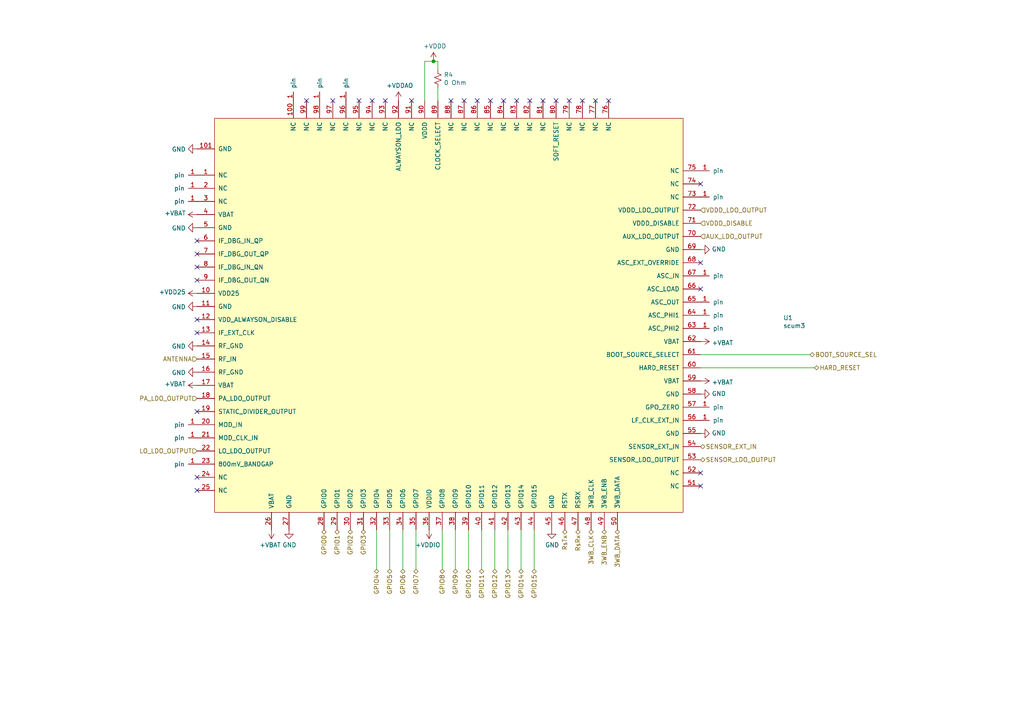
<source format=kicad_sch>
(kicad_sch (version 20231120) (generator "eeschema") (generator_version "8.0")
  (paper "A4")
  (lib_symbols
    (symbol "Device:R_Small_US" (pin_numbers hide) (pin_names (offset 0.254) hide)
      (property "Reference" "R" (at 0.762 0.508 0))
      (property "Value" "R_Small_US" (at 0.762 -1.016 0))
      (symbol "R_Small_US_1_1"
        (polyline (pts (xy 0 0) (xy 1.016 -0.381) (xy 0 -0.762) (xy -1.016 -1.143) (xy 0 -1.524)))
        (polyline (pts (xy 0 1.524) (xy 1.016 1.143) (xy 0 0.762) (xy -1.016 0.381) (xy 0 0)))
        (pin passive line (at 0 2.54 270) (length 1.016) (name "~") (number "1"))
        (pin passive line (at 0 -2.54 90) (length 1.016) (name "~") (number "2"))
      )
    )
    (symbol "draft1library:+VBAT" (power) (pin_names (offset 0))
      (property "Value" "+VBAT" (at 0 3.556 0))
      (symbol "+VBAT_0_1"
        (polyline (pts (xy -0.762 1.27) (xy 0 2.54)))
        (polyline (pts (xy 0 0) (xy 0 2.54)))
        (polyline (pts (xy 0 2.54) (xy 0.762 1.27)))
      )
      (symbol "+VBAT_1_1"
        (pin power_in line (at 0 0 90) (length 0) hide (name "+VBAT") (number "1"))
      )
    )
    (symbol "draft1library:+VDD25" (power) (pin_names (offset 0))
      (property "Value" "+VDD25" (at 0 3.556 0))
      (symbol "+VDD25_0_1"
        (polyline (pts (xy -0.762 1.27) (xy 0 2.54)))
        (polyline (pts (xy 0 0) (xy 0 2.54)))
        (polyline (pts (xy 0 2.54) (xy 0.762 1.27)))
      )
      (symbol "+VDD25_1_1"
        (pin power_in line (at 0 0 90) (length 0) hide (name "+VDD25") (number "1"))
      )
    )
    (symbol "draft1library:+VDDAO" (power) (pin_names (offset 0))
      (property "Value" "+VDDAO" (at 0 3.556 0))
      (symbol "+VDDAO_0_1"
        (polyline (pts (xy -0.762 1.27) (xy 0 2.54)))
        (polyline (pts (xy 0 0) (xy 0 2.54)))
        (polyline (pts (xy 0 2.54) (xy 0.762 1.27)))
      )
      (symbol "+VDDAO_1_1"
        (pin power_in line (at 0 0 90) (length 0) hide (name "+VDDAO") (number "1"))
      )
    )
    (symbol "draft1library:+VDDD" (power) (pin_names (offset 0))
      (property "Value" "+VDDD" (at 0 3.556 0))
      (symbol "+VDDD_0_1"
        (polyline (pts (xy -0.762 1.27) (xy 0 2.54)))
        (polyline (pts (xy 0 0) (xy 0 2.54)))
        (polyline (pts (xy 0 2.54) (xy 0.762 1.27)))
      )
      (symbol "+VDDD_1_1"
        (pin power_in line (at 0 0 90) (length 0) hide (name "+VDDD") (number "1"))
      )
    )
    (symbol "draft1library:+VDDIO" (power) (pin_names (offset 0))
      (property "Value" "+VDDIO" (at 0 3.556 0))
      (symbol "+VDDIO_0_1"
        (polyline (pts (xy -0.762 1.27) (xy 0 2.54)))
        (polyline (pts (xy 0 0) (xy 0 2.54)))
        (polyline (pts (xy 0 2.54) (xy 0.762 1.27)))
      )
      (symbol "+VDDIO_1_1"
        (pin power_in line (at 0 0 90) (length 0) hide (name "+VDDIO") (number "1"))
      )
    )
    (symbol "draft1library:scum3" (pin_names (offset 1.016))
      (property "Reference" "U8" (at 12.7 10.16 0))
      (property "Value" "scum3" (at 1.27 -2.54 0))
      (symbol "scum3_0_1"
        (rectangle (start -69.85 -60.96) (end 66.04 53.34) (fill (type background)))
      )
      (symbol "scum3_1_1"
        (pin passive line (at -74.93 36.83 0) (length 5.08) (name "NC") (number "1"))
        (pin passive line (at -74.93 2.54 0) (length 5.08) (name "VDD25") (number "10"))
        (pin passive line (at -46.99 58.42 270) (length 5.08) (name "NC") (number "100"))
        (pin passive line (at -74.93 44.45 0) (length 5.08) (name "GND") (number "101"))
        (pin passive line (at -74.93 -1.27 0) (length 5.08) (name "GND") (number "11"))
        (pin passive line (at -74.93 -5.08 0) (length 5.08) (name "VDD_ALWAYSON_DISABLE") (number "12"))
        (pin passive line (at -74.93 -8.89 0) (length 5.08) (name "IF_EXT_CLK") (number "13"))
        (pin passive line (at -74.93 -12.7 0) (length 5.08) (name "RF_GND") (number "14"))
        (pin passive line (at -74.93 -16.51 0) (length 5.08) (name "RF_IN") (number "15"))
        (pin passive line (at -74.93 -20.32 0) (length 5.08) (name "RF_GND") (number "16"))
        (pin passive line (at -74.93 -24.13 0) (length 5.08) (name "VBAT") (number "17"))
        (pin passive line (at -74.93 -27.94 0) (length 5.08) (name "PA_LDO_OUTPUT") (number "18"))
        (pin passive line (at -74.93 -31.75 0) (length 5.08) (name "STATIC_DIVIDER_OUTPUT") (number "19"))
        (pin passive line (at -74.93 33.02 0) (length 5.08) (name "NC") (number "2"))
        (pin passive line (at -74.93 -35.56 0) (length 5.08) (name "MOD_IN") (number "20"))
        (pin passive line (at -74.93 -39.37 0) (length 5.08) (name "MOD_CLK_IN") (number "21"))
        (pin passive line (at -74.93 -43.18 0) (length 5.08) (name "LO_LDO_OUTPUT") (number "22"))
        (pin passive line (at -74.93 -46.99 0) (length 5.08) (name "800mV_BANDGAP") (number "23"))
        (pin passive line (at -74.93 -50.8 0) (length 5.08) (name "NC") (number "24"))
        (pin passive line (at -74.93 -54.61 0) (length 5.08) (name "NC") (number "25"))
        (pin power_in line (at -53.34 -66.04 90) (length 5.08) (name "VBAT") (number "26"))
        (pin passive line (at -48.26 -66.04 90) (length 5.08) (name "GND") (number "27"))
        (pin bidirectional line (at -38.1 -66.04 90) (length 5.08) (name "GPIO0") (number "28"))
        (pin bidirectional line (at -34.29 -66.04 90) (length 5.08) (name "GPIO1") (number "29"))
        (pin passive line (at -74.93 29.21 0) (length 5.08) (name "NC") (number "3"))
        (pin bidirectional line (at -30.48 -66.04 90) (length 5.08) (name "GPIO2") (number "30"))
        (pin bidirectional line (at -26.67 -66.04 90) (length 5.08) (name "GPIO3") (number "31"))
        (pin bidirectional line (at -22.86 -66.04 90) (length 5.08) (name "GPIO4") (number "32"))
        (pin bidirectional line (at -19.05 -66.04 90) (length 5.08) (name "GPIO5") (number "33"))
        (pin bidirectional line (at -15.24 -66.04 90) (length 5.08) (name "GPIO6") (number "34"))
        (pin bidirectional line (at -11.43 -66.04 90) (length 5.08) (name "GPIO7") (number "35"))
        (pin power_in line (at -7.62 -66.04 90) (length 5.08) (name "VDDIO") (number "36"))
        (pin bidirectional line (at -3.81 -66.04 90) (length 5.08) (name "GPIO8") (number "37"))
        (pin bidirectional line (at 0 -66.04 90) (length 5.08) (name "GPIO9") (number "38"))
        (pin bidirectional line (at 3.81 -66.04 90) (length 5.08) (name "GPIO10") (number "39"))
        (pin passive line (at -74.93 25.4 0) (length 5.08) (name "VBAT") (number "4"))
        (pin bidirectional line (at 7.62 -66.04 90) (length 5.08) (name "GPIO11") (number "40"))
        (pin bidirectional line (at 11.43 -66.04 90) (length 5.08) (name "GPIO12") (number "41"))
        (pin bidirectional line (at 15.24 -66.04 90) (length 5.08) (name "GPIO13") (number "42"))
        (pin bidirectional line (at 19.05 -66.04 90) (length 5.08) (name "GPIO14") (number "43"))
        (pin bidirectional line (at 22.86 -66.04 90) (length 5.08) (name "GPIO15") (number "44"))
        (pin passive line (at 27.94 -66.04 90) (length 5.08) (name "GND") (number "45"))
        (pin bidirectional line (at 31.75 -66.04 90) (length 5.08) (name "RSTX") (number "46"))
        (pin bidirectional line (at 35.56 -66.04 90) (length 5.08) (name "RSRX") (number "47"))
        (pin bidirectional line (at 39.37 -66.04 90) (length 5.08) (name "3WB_CLK") (number "48"))
        (pin bidirectional line (at 43.18 -66.04 90) (length 5.08) (name "3WB_ENB") (number "49"))
        (pin passive line (at -74.93 21.59 0) (length 5.08) (name "GND") (number "5"))
        (pin bidirectional line (at 46.99 -66.04 90) (length 5.08) (name "3WB_DATA") (number "50"))
        (pin passive line (at 71.12 -53.34 180) (length 5.08) (name "NC") (number "51"))
        (pin passive line (at 71.12 -49.53 180) (length 5.08) (name "NC") (number "52"))
        (pin passive line (at 71.12 -45.72 180) (length 5.08) (name "SENSOR_LDO_OUTPUT") (number "53"))
        (pin passive line (at 71.12 -41.91 180) (length 5.08) (name "SENSOR_EXT_IN") (number "54"))
        (pin passive line (at 71.12 -38.1 180) (length 5.08) (name "GND") (number "55"))
        (pin passive line (at 71.12 -34.29 180) (length 5.08) (name "LF_CLK_EXT_IN") (number "56"))
        (pin passive line (at 71.12 -30.48 180) (length 5.08) (name "GPO_ZERO") (number "57"))
        (pin passive line (at 71.12 -26.67 180) (length 5.08) (name "GND") (number "58"))
        (pin passive line (at 71.12 -22.86 180) (length 5.08) (name "VBAT") (number "59"))
        (pin passive line (at -74.93 17.78 0) (length 5.08) (name "IF_DBG_IN_QP") (number "6"))
        (pin passive line (at 71.12 -19.05 180) (length 5.08) (name "HARD_RESET") (number "60"))
        (pin passive line (at 71.12 -15.24 180) (length 5.08) (name "BOOT_SOURCE_SELECT") (number "61"))
        (pin passive line (at 71.12 -11.43 180) (length 5.08) (name "VBAT") (number "62"))
        (pin passive line (at 71.12 -7.62 180) (length 5.08) (name "ASC_PHI2") (number "63"))
        (pin passive line (at 71.12 -3.81 180) (length 5.08) (name "ASC_PHI1") (number "64"))
        (pin passive line (at 71.12 0 180) (length 5.08) (name "ASC_OUT") (number "65"))
        (pin passive line (at 71.12 3.81 180) (length 5.08) (name "ASC_LOAD") (number "66"))
        (pin passive line (at 71.12 7.62 180) (length 5.08) (name "ASC_IN") (number "67"))
        (pin passive line (at 71.12 11.43 180) (length 5.08) (name "ASC_EXT_OVERRIDE") (number "68"))
        (pin passive line (at 71.12 15.24 180) (length 5.08) (name "GND") (number "69"))
        (pin passive line (at -74.93 13.97 0) (length 5.08) (name "IF_DBG_OUT_QP") (number "7"))
        (pin passive line (at 71.12 19.05 180) (length 5.08) (name "AUX_LDO_OUTPUT") (number "70"))
        (pin passive line (at 71.12 22.86 180) (length 5.08) (name "VDDD_DISABLE") (number "71"))
        (pin passive line (at 71.12 26.67 180) (length 5.08) (name "VDDD_LDO_OUTPUT") (number "72"))
        (pin passive line (at 71.12 30.48 180) (length 5.08) (name "NC") (number "73"))
        (pin passive line (at 71.12 34.29 180) (length 5.08) (name "NC") (number "74"))
        (pin passive line (at 71.12 38.1 180) (length 5.08) (name "NC") (number "75"))
        (pin passive line (at 44.45 58.42 270) (length 5.08) (name "NC") (number "76"))
        (pin passive line (at 40.64 58.42 270) (length 5.08) (name "NC") (number "77"))
        (pin passive line (at 36.83 58.42 270) (length 5.08) (name "NC") (number "78"))
        (pin passive line (at 33.02 58.42 270) (length 5.08) (name "NC") (number "79"))
        (pin passive line (at -74.93 10.16 0) (length 5.08) (name "IF_DBG_IN_QN") (number "8"))
        (pin passive line (at 29.21 58.42 270) (length 5.08) (name "SOFT_RESET") (number "80"))
        (pin passive line (at 25.4 58.42 270) (length 5.08) (name "NC") (number "81"))
        (pin passive line (at 21.59 58.42 270) (length 5.08) (name "NC") (number "82"))
        (pin passive line (at 17.78 58.42 270) (length 5.08) (name "NC") (number "83"))
        (pin passive line (at 13.97 58.42 270) (length 5.08) (name "NC") (number "84"))
        (pin passive line (at 10.16 58.42 270) (length 5.08) (name "NC") (number "85"))
        (pin passive line (at 6.35 58.42 270) (length 5.08) (name "NC") (number "86"))
        (pin passive line (at 2.54 58.42 270) (length 5.08) (name "NC") (number "87"))
        (pin passive line (at -1.27 58.42 270) (length 5.08) (name "NC") (number "88"))
        (pin passive line (at -5.08 58.42 270) (length 5.08) (name "CLOCK_SELECT") (number "89"))
        (pin passive line (at -74.93 6.35 0) (length 5.08) (name "IF_DBG_OUT_QN") (number "9"))
        (pin passive line (at -8.89 58.42 270) (length 5.08) (name "VDDD") (number "90"))
        (pin passive line (at -12.7 58.42 270) (length 5.08) (name "NC") (number "91"))
        (pin passive line (at -16.51 58.42 270) (length 5.08) (name "ALWAYSON_LDO") (number "92"))
        (pin passive line (at -20.32 58.42 270) (length 5.08) (name "NC") (number "93"))
        (pin passive line (at -24.13 58.42 270) (length 5.08) (name "NC") (number "94"))
        (pin passive line (at -27.94 58.42 270) (length 5.08) (name "NC") (number "95"))
        (pin passive line (at -31.75 58.42 270) (length 5.08) (name "NC") (number "96"))
        (pin passive line (at -35.56 58.42 270) (length 5.08) (name "NC") (number "97"))
        (pin passive line (at -39.37 58.42 270) (length 5.08) (name "NC") (number "98"))
        (pin passive line (at -43.18 58.42 270) (length 5.08) (name "NC") (number "99"))
      )
    )
    (symbol "draft1library:through_hole" (pin_names (offset 1.016))
      (symbol "through_hole_1_1"
        (pin output line (at 0 0 0) (length 2.54) (name "pin") (number "1"))
      )
    )
    (symbol "power:GND" (power) (pin_names (offset 0))
      (property "Value" "GND" (at 0 -3.81 0))
      (symbol "GND_0_1"
        (polyline (pts (xy 0 0) (xy 0 -1.27) (xy 1.27 -1.27) (xy 0 -2.54) (xy -1.27 -1.27) (xy 0 -1.27)))
      )
      (symbol "GND_1_1"
        (pin power_in line (at 0 0 270) (length 0) hide (name "GND") (number "1"))
      )
    )
  )
  (junction (at 125.73 17.78))
  (no_connect (at 57.15 77.47))
  (no_connect (at 203.2 140.97))
  (no_connect (at 153.67 29.21))
  (no_connect (at 88.9 29.21))
  (no_connect (at 157.48 29.21))
  (no_connect (at 203.2 137.16))
  (no_connect (at 203.2 83.82))
  (no_connect (at 107.95 29.21))
  (no_connect (at 57.15 69.85))
  (no_connect (at 138.43 29.21))
  (no_connect (at 57.15 73.66))
  (no_connect (at 104.14 29.21))
  (no_connect (at 203.2 53.34))
  (no_connect (at 161.29 29.21))
  (no_connect (at 57.15 81.28))
  (no_connect (at 176.53 29.21))
  (no_connect (at 57.15 119.38))
  (no_connect (at 134.62 29.21))
  (no_connect (at 146.05 29.21))
  (no_connect (at 149.86 29.21))
  (no_connect (at 57.15 142.24))
  (no_connect (at 57.15 96.52))
  (no_connect (at 96.52 29.21))
  (no_connect (at 111.76 29.21))
  (no_connect (at 172.72 29.21))
  (no_connect (at 203.2 76.2))
  (no_connect (at 130.81 29.21))
  (no_connect (at 57.15 92.71))
  (no_connect (at 168.91 29.21))
  (no_connect (at 57.15 138.43))
  (no_connect (at 142.24 29.21))
  (no_connect (at 165.1 29.21))
  (no_connect (at 119.38 29.21))
  (wire (pts (xy 127 25.4) (xy 127 29.21)))
  (wire (pts (xy 147.32 153.67) (xy 147.32 165.1)))
  (wire (pts (xy 203.2 106.68) (xy 236.22 106.68)))
  (wire (pts (xy 109.22 153.67) (xy 109.22 165.1)))
  (wire (pts (xy 127 17.78) (xy 125.73 17.78)))
  (wire (pts (xy 132.08 165.1) (xy 132.08 153.67)))
  (wire (pts (xy 151.13 153.67) (xy 151.13 165.1)))
  (wire (pts (xy 143.51 153.67) (xy 143.51 165.1)))
  (wire (pts (xy 128.27 165.1) (xy 128.27 153.67)))
  (wire (pts (xy 139.7 153.67) (xy 139.7 165.1)))
  (wire (pts (xy 116.84 153.67) (xy 116.84 165.1)))
  (wire (pts (xy 135.89 165.1) (xy 135.89 153.67)))
  (wire (pts (xy 127 17.78) (xy 127 20.32)))
  (wire (pts (xy 120.65 165.1) (xy 120.65 153.67)))
  (wire (pts (xy 125.73 17.78) (xy 123.19 17.78)))
  (wire (pts (xy 203.2 102.87) (xy 234.95 102.87)))
  (wire (pts (xy 113.03 165.1) (xy 113.03 153.67)))
  (wire (pts (xy 123.19 29.21) (xy 123.19 17.78)))
  (wire (pts (xy 154.94 153.67) (xy 154.94 165.1)))
  (hierarchical_label "HARD_RESET" (shape bidirectional) (at 236.22 106.68 0))
  (hierarchical_label "GPIO10" (shape bidirectional) (at 135.89 165.1 270))
  (hierarchical_label "3WB_DATA" (shape bidirectional) (at 179.07 153.67 270))
  (hierarchical_label "GPIO0" (shape bidirectional) (at 93.98 153.67 270))
  (hierarchical_label "GPIO2" (shape bidirectional) (at 101.6 153.67 270))
  (hierarchical_label "GPIO7" (shape bidirectional) (at 120.65 165.1 270))
  (hierarchical_label "SENSOR_EXT_IN" (shape bidirectional) (at 203.2 129.54 0))
  (hierarchical_label "SENSOR_LDO_OUTPUT" (shape bidirectional) (at 203.2 133.35 0))
  (hierarchical_label "GPIO14" (shape bidirectional) (at 151.13 165.1 270))
  (hierarchical_label "GPIO1" (shape bidirectional) (at 97.79 153.67 270))
  (hierarchical_label "GPIO13" (shape bidirectional) (at 147.32 165.1 270))
  (hierarchical_label "GPIO12" (shape bidirectional) (at 143.51 165.1 270))
  (hierarchical_label "3WB_CLK" (shape bidirectional) (at 171.45 153.67 270))
  (hierarchical_label "RsTx" (shape bidirectional) (at 163.83 153.67 270))
  (hierarchical_label "GPIO5" (shape bidirectional) (at 113.03 165.1 270))
  (hierarchical_label "PA_LDO_OUTPUT" (shape input) (at 57.15 115.57 180))
  (hierarchical_label "GPIO3" (shape bidirectional) (at 105.41 153.67 270))
  (hierarchical_label "VDDD_LDO_OUTPUT" (shape input) (at 203.2 60.96 0))
  (hierarchical_label "BOOT_SOURCE_SEL" (shape bidirectional) (at 234.95 102.87 0))
  (hierarchical_label "GPIO15" (shape bidirectional) (at 154.94 165.1 270))
  (hierarchical_label "GPIO9" (shape bidirectional) (at 132.08 165.1 270))
  (hierarchical_label "GPIO4" (shape bidirectional) (at 109.22 165.1 270))
  (hierarchical_label "VDDD_DISABLE" (shape input) (at 203.2 64.77 0))
  (hierarchical_label "ANTENNA" (shape input) (at 57.15 104.14 180))
  (hierarchical_label "3WB_ENB" (shape bidirectional) (at 175.26 153.67 270))
  (hierarchical_label "GPIO6" (shape bidirectional) (at 116.84 165.1 270))
  (hierarchical_label "RsRx" (shape bidirectional) (at 167.64 153.67 270))
  (hierarchical_label "GPIO8" (shape bidirectional) (at 128.27 165.1 270))
  (hierarchical_label "LO_LDO_OUTPUT" (shape input) (at 57.15 130.81 180))
  (hierarchical_label "AUX_LDO_OUTPUT" (shape input) (at 203.2 68.58 0))
  (hierarchical_label "GPIO11" (shape bidirectional) (at 139.7 165.1 270))
  (symbol (lib_id "draft1library:+VDDAO") (at 115.57 29.21 0) (unit 1)
    (property "Reference" "#PWR060" (effects (hide yes)))
    (property "Value" "+VDDAO" (at 115.951 24.8158 0))
  )
  (symbol (lib_id "draft1library:+VDDD") (at 125.73 17.78 0) (unit 1)
    (property "Reference" "#PWR062" (effects (hide yes)))
    (property "Value" "+VDDD" (at 126.111 13.3858 0))
  )
  (symbol (lib_id "draft1library:scum3") (at 132.08 87.63 0) (unit 1)
    (property "Reference" "U1" (at 227.1776 92.1766 0) (effects (justify left)))
    (property "Value" "scum3" (at 227.1776 94.488 0) (effects (justify left)))
    (property "Footprint" "SCUM:QFN-100_EP_12x12_Pitch0.4mm_Margin0.25mm" (effects (hide yes)))
  )
  (symbol (lib_id "power:GND") (at 57.15 43.18 270) (unit 1)
    (property "Reference" "#PWR050" (effects (hide yes)))
    (property "Value" "GND" (at 53.8988 43.307 90) (effects (justify right)))
  )
  (symbol (lib_id "draft1library:+VBAT") (at 57.15 62.23 90) (unit 1)
    (property "Reference" "#PWR051" (effects (hide yes)))
    (property "Value" "+VBAT" (at 53.8988 61.849 90) (effects (justify left)))
  )
  (symbol (lib_id "power:GND") (at 57.15 66.04 270) (unit 1)
    (property "Reference" "#PWR052" (effects (hide yes)))
    (property "Value" "GND" (at 53.8988 66.167 90) (effects (justify right)))
  )
  (symbol (lib_id "power:GND") (at 57.15 88.9 270) (unit 1)
    (property "Reference" "#PWR054" (effects (hide yes)))
    (property "Value" "GND" (at 53.8988 89.027 90) (effects (justify right)))
  )
  (symbol (lib_id "power:GND") (at 57.15 100.33 270) (unit 1)
    (property "Reference" "#PWR055" (effects (hide yes)))
    (property "Value" "GND" (at 53.8988 100.457 90) (effects (justify right)))
  )
  (symbol (lib_id "power:GND") (at 57.15 107.95 270) (unit 1)
    (property "Reference" "#PWR056" (effects (hide yes)))
    (property "Value" "GND" (at 53.8988 108.077 90) (effects (justify right)))
  )
  (symbol (lib_id "draft1library:+VBAT") (at 57.15 111.76 90) (unit 1)
    (property "Reference" "#PWR057" (effects (hide yes)))
    (property "Value" "+VBAT" (at 53.8988 111.379 90) (effects (justify left)))
  )
  (symbol (lib_id "power:GND") (at 83.82 153.67 0) (unit 1)
    (property "Reference" "#PWR059" (effects (hide yes)))
    (property "Value" "GND" (at 83.947 158.0642 0))
  )
  (symbol (lib_id "power:GND") (at 160.02 153.67 0) (unit 1)
    (property "Reference" "#PWR063" (effects (hide yes)))
    (property "Value" "GND" (at 160.147 158.0642 0))
  )
  (symbol (lib_id "power:GND") (at 203.2 125.73 90) (unit 1)
    (property "Reference" "#PWR068" (effects (hide yes)))
    (property "Value" "GND" (at 206.4512 125.603 90) (effects (justify right)))
  )
  (symbol (lib_id "power:GND") (at 203.2 114.3 90) (unit 1)
    (property "Reference" "#PWR067" (effects (hide yes)))
    (property "Value" "GND" (at 206.4512 114.173 90) (effects (justify right)))
  )
  (symbol (lib_id "power:GND") (at 203.2 72.39 90) (unit 1)
    (property "Reference" "#PWR064" (effects (hide yes)))
    (property "Value" "GND" (at 206.4512 72.263 90) (effects (justify right)))
  )
  (symbol (lib_id "draft1library:+VDD25") (at 57.15 85.09 90) (unit 1)
    (property "Reference" "#PWR053" (effects (hide yes)))
    (property "Value" "+VDD25" (at 53.8988 84.709 90) (effects (justify left)))
  )
  (symbol (lib_id "draft1library:+VBAT") (at 78.74 153.67 180) (unit 1)
    (property "Reference" "#PWR058" (effects (hide yes)))
    (property "Value" "+VBAT" (at 78.359 158.0642 0))
  )
  (symbol (lib_id "draft1library:+VDDIO") (at 124.46 153.67 180) (unit 1)
    (property "Reference" "#PWR061" (effects (hide yes)))
    (property "Value" "+VDDIO" (at 124.079 158.0642 0))
  )
  (symbol (lib_id "draft1library:+VBAT") (at 203.2 110.49 270) (unit 1)
    (property "Reference" "#PWR066" (effects (hide yes)))
    (property "Value" "+VBAT" (at 206.4512 110.871 90) (effects (justify left)))
  )
  (symbol (lib_id "draft1library:+VBAT") (at 203.2 99.06 270) (unit 1)
    (property "Reference" "#PWR065" (effects (hide yes)))
    (property "Value" "+VBAT" (at 206.4512 99.441 90) (effects (justify left)))
  )
  (symbol (lib_id "draft1library:through_hole") (at 203.2 118.11 0) (unit 1)
    (property "Reference" "J21" (effects (hide yes)))
    (property "Value" "through_hole" (effects (hide yes)))
    (property "Footprint" "SCUM:through_hole" (effects (hide yes)))
  )
  (symbol (lib_id "draft1library:through_hole") (at 203.2 49.53 0) (unit 1)
    (property "Reference" "J20" (effects (hide yes)))
    (property "Value" "through_hole" (effects (hide yes)))
    (property "Footprint" "SCUM:through_hole" (effects (hide yes)))
  )
  (symbol (lib_id "draft1library:through_hole") (at 203.2 57.15 0) (unit 1)
    (property "Reference" "J5" (effects (hide yes)))
    (property "Value" "through_hole" (effects (hide yes)))
    (property "Footprint" "SCUM:through_hole" (effects (hide yes)))
  )
  (symbol (lib_id "draft1library:through_hole") (at 203.2 80.01 0) (unit 1)
    (property "Reference" "J15" (effects (hide yes)))
    (property "Value" "through_hole" (effects (hide yes)))
    (property "Footprint" "SCUM:through_hole" (effects (hide yes)))
  )
  (symbol (lib_id "draft1library:through_hole") (at 203.2 87.63 0) (unit 1)
    (property "Reference" "J16" (effects (hide yes)))
    (property "Value" "through_hole" (effects (hide yes)))
    (property "Footprint" "SCUM:through_hole" (effects (hide yes)))
  )
  (symbol (lib_id "draft1library:through_hole") (at 203.2 121.92 0) (unit 1)
    (property "Reference" "J17" (effects (hide yes)))
    (property "Value" "through_hole" (effects (hide yes)))
    (property "Footprint" "SCUM:through_hole" (effects (hide yes)))
  )
  (symbol (lib_id "draft1library:through_hole") (at 57.15 134.62 180) (unit 1)
    (property "Reference" "J13" (effects (hide yes)))
    (property "Value" "through_hole" (effects (hide yes)))
    (property "Footprint" "SCUM:through_hole" (effects (hide yes)))
  )
  (symbol (lib_id "draft1library:through_hole") (at 57.15 123.19 180) (unit 1)
    (property "Reference" "J11" (effects (hide yes)))
    (property "Value" "through_hole" (effects (hide yes)))
    (property "Footprint" "SCUM:through_hole" (effects (hide yes)))
  )
  (symbol (lib_id "draft1library:through_hole") (at 57.15 127 180) (unit 1)
    (property "Reference" "J12" (effects (hide yes)))
    (property "Value" "through_hole" (effects (hide yes)))
    (property "Footprint" "SCUM:through_hole" (effects (hide yes)))
  )
  (symbol (lib_id "draft1library:through_hole") (at 57.15 58.42 180) (unit 1)
    (property "Reference" "J8" (effects (hide yes)))
    (property "Value" "through_hole" (effects (hide yes)))
    (property "Footprint" "SCUM:through_hole" (effects (hide yes)))
  )
  (symbol (lib_id "draft1library:through_hole") (at 203.2 95.25 0) (unit 1)
    (property "Reference" "J9" (effects (hide yes)))
    (property "Value" "through_hole" (effects (hide yes)))
    (property "Footprint" "SCUM:through_hole" (effects (hide yes)))
  )
  (symbol (lib_id "draft1library:through_hole") (at 203.2 91.44 0) (unit 1)
    (property "Reference" "J10" (effects (hide yes)))
    (property "Value" "through_hole" (effects (hide yes)))
    (property "Footprint" "SCUM:through_hole" (effects (hide yes)))
  )
  (symbol (lib_id "draft1library:through_hole") (at 57.15 54.61 180) (unit 1)
    (property "Reference" "J7" (effects (hide yes)))
    (property "Value" "through_hole" (effects (hide yes)))
    (property "Footprint" "SCUM:through_hole" (effects (hide yes)))
  )
  (symbol (lib_id "draft1library:through_hole") (at 57.15 50.8 180) (unit 1)
    (property "Reference" "J6" (effects (hide yes)))
    (property "Value" "through_hole" (effects (hide yes)))
    (property "Footprint" "SCUM:through_hole" (effects (hide yes)))
  )
  (symbol (lib_id "draft1library:through_hole") (at 85.09 29.21 90) (unit 1)
    (property "Reference" "J14" (effects (hide yes)))
    (property "Value" "through_hole" (effects (hide yes)))
    (property "Footprint" "SCUM:through_hole" (effects (hide yes)))
  )
  (symbol (lib_id "draft1library:through_hole") (at 92.71 29.21 90) (unit 1)
    (property "Reference" "J18" (effects (hide yes)))
    (property "Value" "through_hole" (effects (hide yes)))
    (property "Footprint" "SCUM:through_hole" (effects (hide yes)))
  )
  (symbol (lib_id "draft1library:through_hole") (at 100.33 29.21 90) (unit 1)
    (property "Reference" "J19" (effects (hide yes)))
    (property "Value" "through_hole" (effects (hide yes)))
    (property "Footprint" "SCUM:through_hole" (effects (hide yes)))
  )
  (symbol (lib_id "Device:R_Small_US") (at 127 22.86 0) (unit 1)
    (property "Reference" "R4" (at 128.7272 21.6916 0) (effects (justify left)))
    (property "Value" "0 Ohm" (at 128.7272 24.003 0) (effects (justify left)))
    (property "Footprint" "Resistor_SMD:R_0402_1005Metric" (effects (hide yes)))
  )
)
</source>
